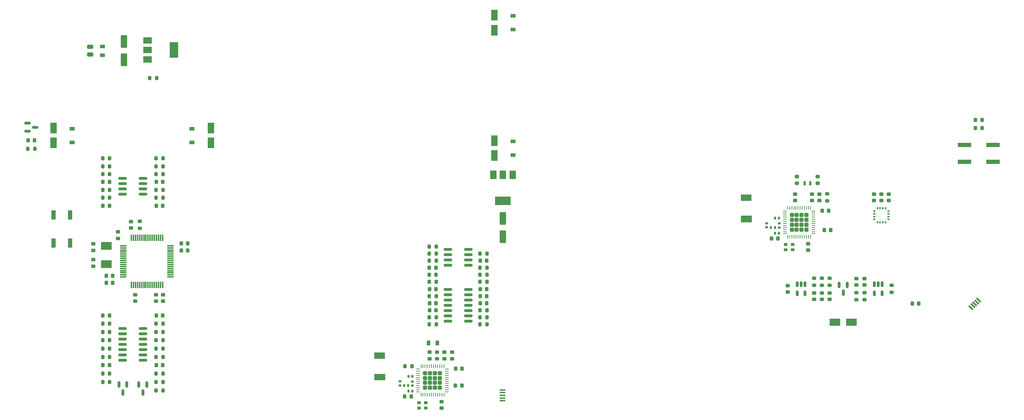
<source format=gbr>
%TF.GenerationSoftware,KiCad,Pcbnew,(6.0.4)*%
%TF.CreationDate,2022-03-21T17:18:23+00:00*%
%TF.ProjectId,Ball_Solder_Stencil,42616c6c-5f53-46f6-9c64-65725f537465,rev?*%
%TF.SameCoordinates,Original*%
%TF.FileFunction,Paste,Top*%
%TF.FilePolarity,Positive*%
%FSLAX46Y46*%
G04 Gerber Fmt 4.6, Leading zero omitted, Abs format (unit mm)*
G04 Created by KiCad (PCBNEW (6.0.4)) date 2022-03-21 17:18:23*
%MOMM*%
%LPD*%
G01*
G04 APERTURE LIST*
G04 Aperture macros list*
%AMRoundRect*
0 Rectangle with rounded corners*
0 $1 Rounding radius*
0 $2 $3 $4 $5 $6 $7 $8 $9 X,Y pos of 4 corners*
0 Add a 4 corners polygon primitive as box body*
4,1,4,$2,$3,$4,$5,$6,$7,$8,$9,$2,$3,0*
0 Add four circle primitives for the rounded corners*
1,1,$1+$1,$2,$3*
1,1,$1+$1,$4,$5*
1,1,$1+$1,$6,$7*
1,1,$1+$1,$8,$9*
0 Add four rect primitives between the rounded corners*
20,1,$1+$1,$2,$3,$4,$5,0*
20,1,$1+$1,$4,$5,$6,$7,0*
20,1,$1+$1,$6,$7,$8,$9,0*
20,1,$1+$1,$8,$9,$2,$3,0*%
%AMRotRect*
0 Rectangle, with rotation*
0 The origin of the aperture is its center*
0 $1 length*
0 $2 width*
0 $3 Rotation angle, in degrees counterclockwise*
0 Add horizontal line*
21,1,$1,$2,0,0,$3*%
G04 Aperture macros list end*
%ADD10C,0.010000*%
%ADD11R,1.350000X0.400000*%
%ADD12RoundRect,0.200000X-0.200000X-0.275000X0.200000X-0.275000X0.200000X0.275000X-0.200000X0.275000X0*%
%ADD13RoundRect,0.218750X0.381250X-0.218750X0.381250X0.218750X-0.381250X0.218750X-0.381250X-0.218750X0*%
%ADD14RoundRect,0.225000X-0.250000X0.225000X-0.250000X-0.225000X0.250000X-0.225000X0.250000X0.225000X0*%
%ADD15RoundRect,0.150000X-0.150000X0.587500X-0.150000X-0.587500X0.150000X-0.587500X0.150000X0.587500X0*%
%ADD16RoundRect,0.250000X0.550000X-1.250000X0.550000X1.250000X-0.550000X1.250000X-0.550000X-1.250000X0*%
%ADD17RoundRect,0.200000X0.200000X0.275000X-0.200000X0.275000X-0.200000X-0.275000X0.200000X-0.275000X0*%
%ADD18RoundRect,0.225000X0.225000X0.250000X-0.225000X0.250000X-0.225000X-0.250000X0.225000X-0.250000X0*%
%ADD19R,2.000000X1.500000*%
%ADD20R,2.000000X3.800000*%
%ADD21RoundRect,0.250000X-0.550000X1.050000X-0.550000X-1.050000X0.550000X-1.050000X0.550000X1.050000X0*%
%ADD22R,1.200000X0.900000*%
%ADD23RoundRect,0.225000X-0.225000X-0.250000X0.225000X-0.250000X0.225000X0.250000X-0.225000X0.250000X0*%
%ADD24R,1.000000X2.200000*%
%ADD25RoundRect,0.250000X0.475000X-0.250000X0.475000X0.250000X-0.475000X0.250000X-0.475000X-0.250000X0*%
%ADD26RoundRect,0.200000X-0.275000X0.200000X-0.275000X-0.200000X0.275000X-0.200000X0.275000X0.200000X0*%
%ADD27R,2.500000X1.900000*%
%ADD28RoundRect,0.150000X-0.825000X-0.150000X0.825000X-0.150000X0.825000X0.150000X-0.825000X0.150000X0*%
%ADD29RoundRect,0.150000X0.825000X0.150000X-0.825000X0.150000X-0.825000X-0.150000X0.825000X-0.150000X0*%
%ADD30RoundRect,0.075000X-0.700000X-0.075000X0.700000X-0.075000X0.700000X0.075000X-0.700000X0.075000X0*%
%ADD31RoundRect,0.075000X-0.075000X-0.700000X0.075000X-0.700000X0.075000X0.700000X-0.075000X0.700000X0*%
%ADD32RoundRect,0.225000X0.250000X-0.225000X0.250000X0.225000X-0.250000X0.225000X-0.250000X-0.225000X0*%
%ADD33RoundRect,0.150000X-0.587500X-0.150000X0.587500X-0.150000X0.587500X0.150000X-0.587500X0.150000X0*%
%ADD34RoundRect,0.200000X0.275000X-0.200000X0.275000X0.200000X-0.275000X0.200000X-0.275000X-0.200000X0*%
%ADD35R,0.900000X0.800000*%
%ADD36RoundRect,0.218750X-0.218750X-0.256250X0.218750X-0.256250X0.218750X0.256250X-0.218750X0.256250X0*%
%ADD37R,0.600000X1.100000*%
%ADD38R,2.600000X1.500000*%
%ADD39RoundRect,0.140000X0.140000X0.170000X-0.140000X0.170000X-0.140000X-0.170000X0.140000X-0.170000X0*%
%ADD40RoundRect,0.140000X0.170000X-0.140000X0.170000X0.140000X-0.170000X0.140000X-0.170000X-0.140000X0*%
%ADD41RoundRect,0.100000X-0.175000X-0.100000X0.175000X-0.100000X0.175000X0.100000X-0.175000X0.100000X0*%
%ADD42RoundRect,0.100000X-0.100000X-0.175000X0.100000X-0.175000X0.100000X0.175000X-0.100000X0.175000X0*%
%ADD43RoundRect,0.147500X0.147500X0.172500X-0.147500X0.172500X-0.147500X-0.172500X0.147500X-0.172500X0*%
%ADD44R,3.200000X1.000000*%
%ADD45RoundRect,0.150000X-0.150000X0.512500X-0.150000X-0.512500X0.150000X-0.512500X0.150000X0.512500X0*%
%ADD46R,2.500000X1.800000*%
%ADD47RoundRect,0.249323X-0.249323X0.249323X-0.249323X-0.249323X0.249323X-0.249323X0.249323X0.249323X0*%
%ADD48RoundRect,0.062500X-0.062500X0.375000X-0.062500X-0.375000X0.062500X-0.375000X0.062500X0.375000X0*%
%ADD49RoundRect,0.062500X-0.375000X0.062500X-0.375000X-0.062500X0.375000X-0.062500X0.375000X0.062500X0*%
%ADD50RotRect,1.350000X0.400000X135.000000*%
%ADD51RoundRect,0.250000X0.550000X-1.050000X0.550000X1.050000X-0.550000X1.050000X-0.550000X-1.050000X0*%
%ADD52R,1.500000X2.000000*%
%ADD53R,3.800000X2.000000*%
%ADD54RoundRect,0.250000X-0.550000X1.250000X-0.550000X-1.250000X0.550000X-1.250000X0.550000X1.250000X0*%
%ADD55RoundRect,0.218750X-0.218750X-0.381250X0.218750X-0.381250X0.218750X0.381250X-0.218750X0.381250X0*%
G04 APERTURE END LIST*
D10*
%TO.C,AE1*%
X208185000Y-93590000D02*
X210765000Y-93590000D01*
X210765000Y-93590000D02*
X210765000Y-92110000D01*
X210765000Y-92110000D02*
X208185000Y-92110000D01*
X208185000Y-92110000D02*
X208185000Y-93590000D01*
G36*
X208185000Y-93590000D02*
G01*
X210765000Y-93590000D01*
X210765000Y-92110000D01*
X208185000Y-92110000D01*
X208185000Y-93590000D01*
G37*
X120021250Y-131640000D02*
X122601250Y-131640000D01*
X122601250Y-131640000D02*
X122601250Y-130160000D01*
X122601250Y-130160000D02*
X120021250Y-130160000D01*
X120021250Y-130160000D02*
X120021250Y-131640000D01*
G36*
X120021250Y-131640000D02*
G01*
X122601250Y-131640000D01*
X122601250Y-130160000D01*
X120021250Y-130160000D01*
X120021250Y-131640000D01*
G37*
%TD*%
D11*
%TO.C,J3*%
X150915000Y-136650000D03*
X150915000Y-136000000D03*
X150915000Y-135350000D03*
X150915000Y-134700000D03*
X150915000Y-134050000D03*
%TD*%
D12*
%TO.C,R7*%
X67575000Y-120100000D03*
X69225000Y-120100000D03*
%TD*%
%TO.C,R15*%
X67575000Y-78300000D03*
X69225000Y-78300000D03*
%TD*%
D13*
%TO.C,L1*%
X54700000Y-53462500D03*
X54700000Y-51337500D03*
%TD*%
D12*
%TO.C,R9*%
X67575000Y-122100000D03*
X69225000Y-122100000D03*
%TD*%
D14*
%TO.C,C2*%
X62600000Y-111125000D03*
X62600000Y-112675000D03*
%TD*%
D15*
%TO.C,Q1*%
X65350000Y-132762500D03*
X63450000Y-132762500D03*
X64400000Y-134637500D03*
%TD*%
D16*
%TO.C,C22*%
X59900000Y-54600000D03*
X59900000Y-50200000D03*
%TD*%
D12*
%TO.C,R24*%
X67575000Y-87800000D03*
X69225000Y-87800000D03*
%TD*%
D17*
%TO.C,R26*%
X56425000Y-132100000D03*
X54775000Y-132100000D03*
%TD*%
D18*
%TO.C,C7*%
X57175000Y-106600000D03*
X55625000Y-106600000D03*
%TD*%
D12*
%TO.C,R2*%
X66075000Y-59000000D03*
X67725000Y-59000000D03*
%TD*%
D19*
%TO.C,U4*%
X65550000Y-49900000D03*
X65550000Y-52200000D03*
D20*
X71850000Y-52200000D03*
D19*
X65550000Y-54500000D03*
%TD*%
D21*
%TO.C,C21*%
X80800000Y-71000000D03*
X80800000Y-74600000D03*
%TD*%
D17*
%TO.C,R17*%
X56425000Y-82100000D03*
X54775000Y-82100000D03*
%TD*%
D21*
%TO.C,C24*%
X42925000Y-71000000D03*
X42925000Y-74600000D03*
%TD*%
D22*
%TO.C,D2*%
X76200000Y-74450000D03*
X76200000Y-71150000D03*
%TD*%
D23*
%TO.C,C15*%
X54825000Y-128100000D03*
X56375000Y-128100000D03*
%TD*%
D24*
%TO.C,RESET1*%
X46900000Y-98700000D03*
X46900000Y-91900000D03*
X42900000Y-98700000D03*
X42900000Y-91900000D03*
%TD*%
D14*
%TO.C,C3*%
X69300000Y-111125000D03*
X69300000Y-112675000D03*
%TD*%
D25*
%TO.C,C20*%
X51700000Y-53350000D03*
X51700000Y-51450000D03*
%TD*%
D15*
%TO.C,Q2*%
X60550000Y-132762500D03*
X58650000Y-132762500D03*
X59600000Y-134637500D03*
%TD*%
D12*
%TO.C,R25*%
X67575000Y-134200000D03*
X69225000Y-134200000D03*
%TD*%
D17*
%TO.C,R28*%
X38425000Y-75975000D03*
X36775000Y-75975000D03*
%TD*%
%TO.C,R27*%
X69225000Y-132100000D03*
X67575000Y-132100000D03*
%TD*%
D26*
%TO.C,R1*%
X63700000Y-93475000D03*
X63700000Y-95125000D03*
%TD*%
D17*
%TO.C,R10*%
X56425000Y-120100000D03*
X54775000Y-120100000D03*
%TD*%
D22*
%TO.C,D3*%
X47400000Y-71150000D03*
X47400000Y-74450000D03*
%TD*%
D27*
%TO.C,Y1*%
X55600000Y-103800000D03*
X55600000Y-99400000D03*
%TD*%
D28*
%TO.C,U2*%
X59525000Y-83095000D03*
X59525000Y-84365000D03*
X59525000Y-85635000D03*
X59525000Y-86905000D03*
X64475000Y-86905000D03*
X64475000Y-85635000D03*
X64475000Y-84365000D03*
X64475000Y-83095000D03*
%TD*%
D17*
%TO.C,R14*%
X56425000Y-126100000D03*
X54775000Y-126100000D03*
%TD*%
%TO.C,R11*%
X56425000Y-118100000D03*
X54775000Y-118100000D03*
%TD*%
%TO.C,R13*%
X56425000Y-124100000D03*
X54775000Y-124100000D03*
%TD*%
D29*
%TO.C,U3*%
X64475000Y-126910000D03*
X64475000Y-125640000D03*
X64475000Y-124370000D03*
X64475000Y-123100000D03*
X64475000Y-121830000D03*
X64475000Y-120560000D03*
X64475000Y-119290000D03*
X59525000Y-119290000D03*
X59525000Y-120560000D03*
X59525000Y-121830000D03*
X59525000Y-123100000D03*
X59525000Y-124370000D03*
X59525000Y-125640000D03*
X59525000Y-126910000D03*
%TD*%
D30*
%TO.C,U1*%
X59725000Y-99350000D03*
X59725000Y-99850000D03*
X59725000Y-100350000D03*
X59725000Y-100850000D03*
X59725000Y-101350000D03*
X59725000Y-101850000D03*
X59725000Y-102350000D03*
X59725000Y-102850000D03*
X59725000Y-103350000D03*
X59725000Y-103850000D03*
X59725000Y-104350000D03*
X59725000Y-104850000D03*
X59725000Y-105350000D03*
X59725000Y-105850000D03*
X59725000Y-106350000D03*
X59725000Y-106850000D03*
D31*
X61650000Y-108775000D03*
X62150000Y-108775000D03*
X62650000Y-108775000D03*
X63150000Y-108775000D03*
X63650000Y-108775000D03*
X64150000Y-108775000D03*
X64650000Y-108775000D03*
X65150000Y-108775000D03*
X65650000Y-108775000D03*
X66150000Y-108775000D03*
X66650000Y-108775000D03*
X67150000Y-108775000D03*
X67650000Y-108775000D03*
X68150000Y-108775000D03*
X68650000Y-108775000D03*
X69150000Y-108775000D03*
D30*
X71075000Y-106850000D03*
X71075000Y-106350000D03*
X71075000Y-105850000D03*
X71075000Y-105350000D03*
X71075000Y-104850000D03*
X71075000Y-104350000D03*
X71075000Y-103850000D03*
X71075000Y-103350000D03*
X71075000Y-102850000D03*
X71075000Y-102350000D03*
X71075000Y-101850000D03*
X71075000Y-101350000D03*
X71075000Y-100850000D03*
X71075000Y-100350000D03*
X71075000Y-99850000D03*
X71075000Y-99350000D03*
D31*
X69150000Y-97425000D03*
X68650000Y-97425000D03*
X68150000Y-97425000D03*
X67650000Y-97425000D03*
X67150000Y-97425000D03*
X66650000Y-97425000D03*
X66150000Y-97425000D03*
X65650000Y-97425000D03*
X65150000Y-97425000D03*
X64650000Y-97425000D03*
X64150000Y-97425000D03*
X63650000Y-97425000D03*
X63150000Y-97425000D03*
X62650000Y-97425000D03*
X62150000Y-97425000D03*
X61650000Y-97425000D03*
%TD*%
D17*
%TO.C,R12*%
X56425000Y-122100000D03*
X54775000Y-122100000D03*
%TD*%
%TO.C,R19*%
X56425000Y-80200000D03*
X54775000Y-80200000D03*
%TD*%
%TO.C,R20*%
X56425000Y-87800000D03*
X54775000Y-87800000D03*
%TD*%
D12*
%TO.C,R22*%
X67575000Y-85900000D03*
X69225000Y-85900000D03*
%TD*%
%TO.C,R5*%
X67575000Y-126100000D03*
X69225000Y-126100000D03*
%TD*%
%TO.C,R8*%
X67575000Y-118100000D03*
X69225000Y-118100000D03*
%TD*%
%TO.C,R4*%
X67575000Y-124100000D03*
X69225000Y-124100000D03*
%TD*%
%TO.C,R21*%
X67575000Y-82100000D03*
X69225000Y-82100000D03*
%TD*%
D17*
%TO.C,R18*%
X56425000Y-85900000D03*
X54775000Y-85900000D03*
%TD*%
%TO.C,R23*%
X69225000Y-80200000D03*
X67575000Y-80200000D03*
%TD*%
D12*
%TO.C,R6*%
X67575000Y-130100000D03*
X69225000Y-130100000D03*
%TD*%
D17*
%TO.C,R16*%
X56425000Y-130100000D03*
X54775000Y-130100000D03*
%TD*%
D23*
%TO.C,C23*%
X36825000Y-73975000D03*
X38375000Y-73975000D03*
%TD*%
D18*
%TO.C,C18*%
X69175000Y-84000000D03*
X67625000Y-84000000D03*
%TD*%
D23*
%TO.C,C16*%
X54825000Y-84000000D03*
X56375000Y-84000000D03*
%TD*%
D18*
%TO.C,C19*%
X69175000Y-89700000D03*
X67625000Y-89700000D03*
%TD*%
D23*
%TO.C,C17*%
X54825000Y-89700000D03*
X56375000Y-89700000D03*
%TD*%
%TO.C,C9*%
X73625000Y-100500000D03*
X75175000Y-100500000D03*
%TD*%
D32*
%TO.C,C8*%
X67600000Y-112675000D03*
X67600000Y-111125000D03*
%TD*%
%TO.C,C11*%
X52500000Y-104250000D03*
X52500000Y-102700000D03*
%TD*%
D14*
%TO.C,C10*%
X52500000Y-98900000D03*
X52500000Y-100450000D03*
%TD*%
D23*
%TO.C,C14*%
X54825000Y-116100000D03*
X56375000Y-116100000D03*
%TD*%
D18*
%TO.C,C12*%
X69175000Y-128100000D03*
X67625000Y-128100000D03*
%TD*%
%TO.C,C13*%
X69175000Y-116100000D03*
X67625000Y-116100000D03*
%TD*%
D32*
%TO.C,C5*%
X61600000Y-95075000D03*
X61600000Y-93525000D03*
%TD*%
D23*
%TO.C,C4*%
X73625000Y-98800000D03*
X75175000Y-98800000D03*
%TD*%
D33*
%TO.C,U7*%
X36662500Y-69850000D03*
X36662500Y-71750000D03*
X38537500Y-70800000D03*
%TD*%
D12*
%TO.C,R3*%
X54775000Y-78300000D03*
X56425000Y-78300000D03*
%TD*%
D18*
%TO.C,C6*%
X57175000Y-108300000D03*
X55625000Y-108300000D03*
%TD*%
D32*
%TO.C,C1*%
X58400000Y-97575000D03*
X58400000Y-96025000D03*
%TD*%
D34*
%TO.C,R2*%
X236000000Y-112325000D03*
X236000000Y-110675000D03*
%TD*%
D14*
%TO.C,C8*%
X224400000Y-98825000D03*
X224400000Y-100375000D03*
%TD*%
%TO.C,C1*%
X221200000Y-86925000D03*
X221200000Y-88475000D03*
%TD*%
D26*
%TO.C,R6*%
X227700000Y-107175000D03*
X227700000Y-108825000D03*
%TD*%
D32*
%TO.C,C6*%
X225300000Y-88475000D03*
X225300000Y-86925000D03*
%TD*%
D35*
%TO.C,Y1*%
X218975000Y-100325000D03*
X220625000Y-100325000D03*
X220625000Y-99075000D03*
X218975000Y-99075000D03*
%TD*%
D36*
%TO.C,D3*%
X264612500Y-69100000D03*
X266187500Y-69100000D03*
%TD*%
D32*
%TO.C,C13*%
X243800000Y-88475000D03*
X243800000Y-86925000D03*
%TD*%
%TO.C,C19*%
X219500000Y-110475000D03*
X219500000Y-108925000D03*
%TD*%
D37*
%TO.C,Y2*%
X224900000Y-84300000D03*
X223500000Y-84300000D03*
%TD*%
D38*
%TO.C,AE1*%
X209475000Y-87750000D03*
%TD*%
D39*
%TO.C,C7*%
X217380000Y-92700000D03*
X216420000Y-92700000D03*
%TD*%
D40*
%TO.C,C22*%
X214400000Y-94920000D03*
X214400000Y-93960000D03*
%TD*%
D41*
%TO.C,U2*%
X240300000Y-91025000D03*
X240300000Y-91675000D03*
X240300000Y-92325000D03*
X240300000Y-92975000D03*
D42*
X241025000Y-93700000D03*
X241675000Y-93700000D03*
X242325000Y-93700000D03*
X242975000Y-93700000D03*
D41*
X243700000Y-92975000D03*
X243700000Y-92325000D03*
X243700000Y-91675000D03*
X243700000Y-91025000D03*
D42*
X242975000Y-90300000D03*
X242325000Y-90300000D03*
X241675000Y-90300000D03*
X241025000Y-90300000D03*
%TD*%
D32*
%TO.C,C3*%
X240200000Y-88475000D03*
X240200000Y-86925000D03*
%TD*%
D26*
%TO.C,R3*%
X244400000Y-108875000D03*
X244400000Y-110525000D03*
%TD*%
D23*
%TO.C,C9*%
X227743750Y-90900000D03*
X229293750Y-90900000D03*
%TD*%
D39*
%TO.C,C15*%
X217380000Y-96300000D03*
X216420000Y-96300000D03*
%TD*%
D43*
%TO.C,L1*%
X216385000Y-94950000D03*
X215415000Y-94950000D03*
%TD*%
D14*
%TO.C,C11*%
X236000000Y-107225000D03*
X236000000Y-108775000D03*
%TD*%
D44*
%TO.C,CONNECT1*%
X268800000Y-75100000D03*
X262000000Y-75100000D03*
X268800000Y-79100000D03*
X262000000Y-79100000D03*
%TD*%
D15*
%TO.C,Q1*%
X233750000Y-108762500D03*
X231850000Y-108762500D03*
X232800000Y-110637500D03*
%TD*%
D45*
%TO.C,U4*%
X223650000Y-108562500D03*
X222700000Y-108562500D03*
X221750000Y-108562500D03*
X221750000Y-110837500D03*
X223650000Y-110837500D03*
%TD*%
D34*
%TO.C,R4*%
X228918750Y-88506250D03*
X228918750Y-86856250D03*
%TD*%
D46*
%TO.C,D1*%
X230800000Y-117787500D03*
X234800000Y-117787500D03*
%TD*%
D34*
%TO.C,R7*%
X225800000Y-108825000D03*
X225800000Y-107175000D03*
%TD*%
D14*
%TO.C,C17*%
X221700000Y-82725000D03*
X221700000Y-84275000D03*
%TD*%
%TO.C,C18*%
X227700000Y-110725000D03*
X227700000Y-112275000D03*
%TD*%
D32*
%TO.C,C2*%
X242000000Y-88475000D03*
X242000000Y-86925000D03*
%TD*%
D47*
%TO.C,U3*%
X221618750Y-93118750D03*
X220456250Y-93118750D03*
X223943750Y-93118750D03*
X223943750Y-91956250D03*
X223943750Y-95443750D03*
X223943750Y-94281250D03*
X220456250Y-95443750D03*
X220456250Y-91956250D03*
X220456250Y-94281250D03*
X222781250Y-91956250D03*
X222781250Y-95443750D03*
X221618750Y-91956250D03*
X221618750Y-95443750D03*
X222781250Y-93118750D03*
X221618750Y-94281250D03*
X222781250Y-94281250D03*
D48*
X224950000Y-90262500D03*
X224450000Y-90262500D03*
X223950000Y-90262500D03*
X223450000Y-90262500D03*
X222950000Y-90262500D03*
X222450000Y-90262500D03*
X221950000Y-90262500D03*
X221450000Y-90262500D03*
X220950000Y-90262500D03*
X220450000Y-90262500D03*
X219950000Y-90262500D03*
X219450000Y-90262500D03*
D49*
X218762500Y-90950000D03*
X218762500Y-91450000D03*
X218762500Y-91950000D03*
X218762500Y-92450000D03*
X218762500Y-92950000D03*
X218762500Y-93450000D03*
X218762500Y-93950000D03*
X218762500Y-94450000D03*
X218762500Y-94950000D03*
X218762500Y-95450000D03*
X218762500Y-95950000D03*
X218762500Y-96450000D03*
D48*
X219450000Y-97137500D03*
X219950000Y-97137500D03*
X220450000Y-97137500D03*
X220950000Y-97137500D03*
X221450000Y-97137500D03*
X221950000Y-97137500D03*
X222450000Y-97137500D03*
X222950000Y-97137500D03*
X223450000Y-97137500D03*
X223950000Y-97137500D03*
X224450000Y-97137500D03*
X224950000Y-97137500D03*
D49*
X225637500Y-96450000D03*
X225637500Y-95950000D03*
X225637500Y-95450000D03*
X225637500Y-94950000D03*
X225637500Y-94450000D03*
X225637500Y-93950000D03*
X225637500Y-93450000D03*
X225637500Y-92950000D03*
X225637500Y-92450000D03*
X225637500Y-91950000D03*
X225637500Y-91450000D03*
X225637500Y-90950000D03*
%TD*%
D32*
%TO.C,C20*%
X225800000Y-112275000D03*
X225800000Y-110725000D03*
%TD*%
D14*
%TO.C,C12*%
X229500000Y-110725000D03*
X229500000Y-112275000D03*
%TD*%
%TO.C,C16*%
X226700000Y-82725000D03*
X226700000Y-84275000D03*
%TD*%
D17*
%TO.C,R8*%
X266225000Y-71000000D03*
X264575000Y-71000000D03*
%TD*%
D34*
%TO.C,R5*%
X229500000Y-108825000D03*
X229500000Y-107175000D03*
%TD*%
D50*
%TO.C,J2*%
X263510733Y-114261711D03*
X263970352Y-113802091D03*
X264429972Y-113342472D03*
X264889591Y-112882852D03*
X265349211Y-112423233D03*
%TD*%
D34*
%TO.C,R1*%
X237900000Y-112325000D03*
X237900000Y-110675000D03*
%TD*%
D45*
%TO.C,U1*%
X242150000Y-108562500D03*
X241200000Y-108562500D03*
X240250000Y-108562500D03*
X240250000Y-110837500D03*
X242150000Y-110837500D03*
%TD*%
D18*
%TO.C,C14*%
X217075000Y-97600000D03*
X215525000Y-97600000D03*
%TD*%
D23*
%TO.C,C10*%
X228243750Y-95581250D03*
X229793750Y-95581250D03*
%TD*%
D32*
%TO.C,C4*%
X237900000Y-108775000D03*
X237900000Y-107225000D03*
%TD*%
D40*
%TO.C,C21*%
X217400000Y-94950000D03*
X217400000Y-93990000D03*
%TD*%
D32*
%TO.C,C5*%
X227100000Y-88475000D03*
X227100000Y-86925000D03*
%TD*%
D36*
%TO.C,D2*%
X249412500Y-113300000D03*
X250987500Y-113300000D03*
%TD*%
D23*
%TO.C,C19*%
X145525000Y-102950000D03*
X147075000Y-102950000D03*
%TD*%
D18*
%TO.C,C17*%
X134875000Y-114850000D03*
X133325000Y-114850000D03*
%TD*%
D12*
%TO.C,R10*%
X133250000Y-106350000D03*
X134900000Y-106350000D03*
%TD*%
D23*
%TO.C,C22*%
X133325000Y-109750000D03*
X134875000Y-109750000D03*
%TD*%
D18*
%TO.C,C20*%
X147075000Y-109750000D03*
X145525000Y-109750000D03*
%TD*%
D17*
%TO.C,R14*%
X147125000Y-101250000D03*
X145475000Y-101250000D03*
%TD*%
D26*
%TO.C,R1*%
X135136250Y-124925000D03*
X135136250Y-126575000D03*
%TD*%
D39*
%TO.C,C9*%
X129216250Y-134350000D03*
X128256250Y-134350000D03*
%TD*%
D51*
%TO.C,C10*%
X148900000Y-77637500D03*
X148900000Y-74037500D03*
%TD*%
D12*
%TO.C,R11*%
X133275000Y-108050000D03*
X134925000Y-108050000D03*
%TD*%
D22*
%TO.C,D2*%
X153400000Y-47300000D03*
X153400000Y-44000000D03*
%TD*%
D28*
%TO.C,U4*%
X137725000Y-100245000D03*
X137725000Y-101515000D03*
X137725000Y-102785000D03*
X137725000Y-104055000D03*
X142675000Y-104055000D03*
X142675000Y-102785000D03*
X142675000Y-101515000D03*
X142675000Y-100245000D03*
%TD*%
D43*
%TO.C,L1*%
X128221250Y-133000000D03*
X127251250Y-133000000D03*
%TD*%
D17*
%TO.C,R9*%
X147125000Y-106350000D03*
X145475000Y-106350000D03*
%TD*%
D52*
%TO.C,U2*%
X153300000Y-82250000D03*
D53*
X151000000Y-88550000D03*
D52*
X151000000Y-82250000D03*
X148700000Y-82250000D03*
%TD*%
D12*
%TO.C,R12*%
X133275000Y-101250000D03*
X134925000Y-101250000D03*
%TD*%
D17*
%TO.C,R4*%
X147125000Y-118250000D03*
X145475000Y-118250000D03*
%TD*%
D14*
%TO.C,C4*%
X136236250Y-136875000D03*
X136236250Y-138425000D03*
%TD*%
D12*
%TO.C,R2*%
X133275000Y-116550000D03*
X134925000Y-116550000D03*
%TD*%
D14*
%TO.C,C7*%
X133336250Y-124975000D03*
X133336250Y-126525000D03*
%TD*%
D32*
%TO.C,C2*%
X136936250Y-126525000D03*
X136936250Y-124975000D03*
%TD*%
D35*
%TO.C,Y1*%
X130811250Y-138375000D03*
X132461250Y-138375000D03*
X132461250Y-137125000D03*
X130811250Y-137125000D03*
%TD*%
D17*
%TO.C,R5*%
X147125000Y-116550000D03*
X145475000Y-116550000D03*
%TD*%
D22*
%TO.C,D1*%
X153400000Y-77487500D03*
X153400000Y-74187500D03*
%TD*%
D18*
%TO.C,C8*%
X128911250Y-135650000D03*
X127361250Y-135650000D03*
%TD*%
D29*
%TO.C,U3*%
X142675000Y-117460000D03*
X142675000Y-116190000D03*
X142675000Y-114920000D03*
X142675000Y-113650000D03*
X142675000Y-112380000D03*
X142675000Y-111110000D03*
X142675000Y-109840000D03*
X137725000Y-109840000D03*
X137725000Y-111110000D03*
X137725000Y-112380000D03*
X137725000Y-113650000D03*
X137725000Y-114920000D03*
X137725000Y-116190000D03*
X137725000Y-117460000D03*
%TD*%
D18*
%TO.C,C18*%
X147075000Y-111450000D03*
X145525000Y-111450000D03*
%TD*%
D38*
%TO.C,AE1*%
X121311250Y-125800000D03*
%TD*%
D17*
%TO.C,R7*%
X147125000Y-108050000D03*
X145475000Y-108050000D03*
%TD*%
D54*
%TO.C,C14*%
X151000000Y-92800000D03*
X151000000Y-97200000D03*
%TD*%
D51*
%TO.C,C11*%
X148900000Y-47450000D03*
X148900000Y-43850000D03*
%TD*%
D12*
%TO.C,R16*%
X133275000Y-99550000D03*
X134925000Y-99550000D03*
%TD*%
D17*
%TO.C,R3*%
X147125000Y-114850000D03*
X145475000Y-114850000D03*
%TD*%
D12*
%TO.C,R17*%
X127450000Y-128360000D03*
X129100000Y-128360000D03*
%TD*%
D17*
%TO.C,R15*%
X134925000Y-111450000D03*
X133275000Y-111450000D03*
%TD*%
D47*
%TO.C,U1*%
X133455000Y-131168750D03*
X132292500Y-131168750D03*
X135780000Y-131168750D03*
X135780000Y-130006250D03*
X135780000Y-133493750D03*
X135780000Y-132331250D03*
X132292500Y-133493750D03*
X132292500Y-130006250D03*
X132292500Y-132331250D03*
X134617500Y-130006250D03*
X134617500Y-133493750D03*
X133455000Y-130006250D03*
X133455000Y-133493750D03*
X134617500Y-131168750D03*
X133455000Y-132331250D03*
X134617500Y-132331250D03*
D48*
X136786250Y-128312500D03*
X136286250Y-128312500D03*
X135786250Y-128312500D03*
X135286250Y-128312500D03*
X134786250Y-128312500D03*
X134286250Y-128312500D03*
X133786250Y-128312500D03*
X133286250Y-128312500D03*
X132786250Y-128312500D03*
X132286250Y-128312500D03*
X131786250Y-128312500D03*
X131286250Y-128312500D03*
D49*
X130598750Y-129000000D03*
X130598750Y-129500000D03*
X130598750Y-130000000D03*
X130598750Y-130500000D03*
X130598750Y-131000000D03*
X130598750Y-131500000D03*
X130598750Y-132000000D03*
X130598750Y-132500000D03*
X130598750Y-133000000D03*
X130598750Y-133500000D03*
X130598750Y-134000000D03*
X130598750Y-134500000D03*
D48*
X131286250Y-135187500D03*
X131786250Y-135187500D03*
X132286250Y-135187500D03*
X132786250Y-135187500D03*
X133286250Y-135187500D03*
X133786250Y-135187500D03*
X134286250Y-135187500D03*
X134786250Y-135187500D03*
X135286250Y-135187500D03*
X135786250Y-135187500D03*
X136286250Y-135187500D03*
X136786250Y-135187500D03*
D49*
X137473750Y-134500000D03*
X137473750Y-134000000D03*
X137473750Y-133500000D03*
X137473750Y-133000000D03*
X137473750Y-132500000D03*
X137473750Y-132000000D03*
X137473750Y-131500000D03*
X137473750Y-131000000D03*
X137473750Y-130500000D03*
X137473750Y-130000000D03*
X137473750Y-129500000D03*
X137473750Y-129000000D03*
%TD*%
D12*
%TO.C,R6*%
X133275000Y-118250000D03*
X134925000Y-118250000D03*
%TD*%
D32*
%TO.C,C1*%
X138736250Y-126525000D03*
X138736250Y-124975000D03*
%TD*%
D23*
%TO.C,C6*%
X139561250Y-132950000D03*
X141111250Y-132950000D03*
%TD*%
%TO.C,C5*%
X139580000Y-128950000D03*
X141130000Y-128950000D03*
%TD*%
%TO.C,C21*%
X133300000Y-104650000D03*
X134850000Y-104650000D03*
%TD*%
D40*
%TO.C,C12*%
X129236250Y-133000000D03*
X129236250Y-132040000D03*
%TD*%
D18*
%TO.C,C16*%
X147075000Y-113150000D03*
X145525000Y-113150000D03*
%TD*%
D40*
%TO.C,C13*%
X126236250Y-132970000D03*
X126236250Y-132010000D03*
%TD*%
D23*
%TO.C,C15*%
X133325000Y-113150000D03*
X134875000Y-113150000D03*
%TD*%
D39*
%TO.C,C3*%
X129216250Y-130750000D03*
X128256250Y-130750000D03*
%TD*%
D55*
%TO.C,L2*%
X133092500Y-122750000D03*
X135217500Y-122750000D03*
%TD*%
D17*
%TO.C,R8*%
X147125000Y-104650000D03*
X145475000Y-104650000D03*
%TD*%
D12*
%TO.C,R13*%
X133275000Y-102950000D03*
X134925000Y-102950000D03*
%TD*%
M02*

</source>
